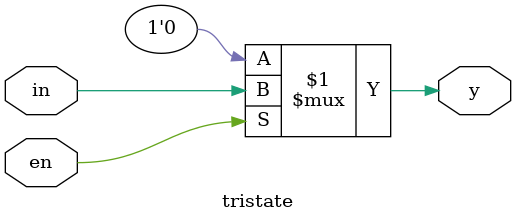
<source format=v>

`timescale 1ns / 1ps

module mux_4x1_decoder(
    input s0,s1,in0,in1,in2,in3,
    output y
    );
    reg a,b,c,d;
    wire y0,y1,y2,y3;
    always @(*)
        begin
            case({s0,s1})
            2'b00: {a,b,c,d}={1'b1,3'd0};
            2'b01: {a,b,c,d}={1'b0,1'b1,2'd0};
            2'b10: {a,b,c,d}={2'd0,1'b1,1'd0};
            2'b11: {a,b,c,d}={3'd0,1'b1};
            default:{a,b,c,d}=4'd0;
            endcase
        end
        
    tristate ts1(.in(in0),.en(a),.y(y0));
    tristate ts2(.in(in1),.en(b),.y(y1));
    tristate ts3(.in(in2),.en(c),.y(y2));
    tristate ts4(.in(in3),.en(d),.y(y3));
    
    assign y=y0|y1|y2|y3;
    
endmodule

module tristate(
    input in,en,
    output y
    );
    assign y=(en)?in:1'b0;
endmodule

</source>
